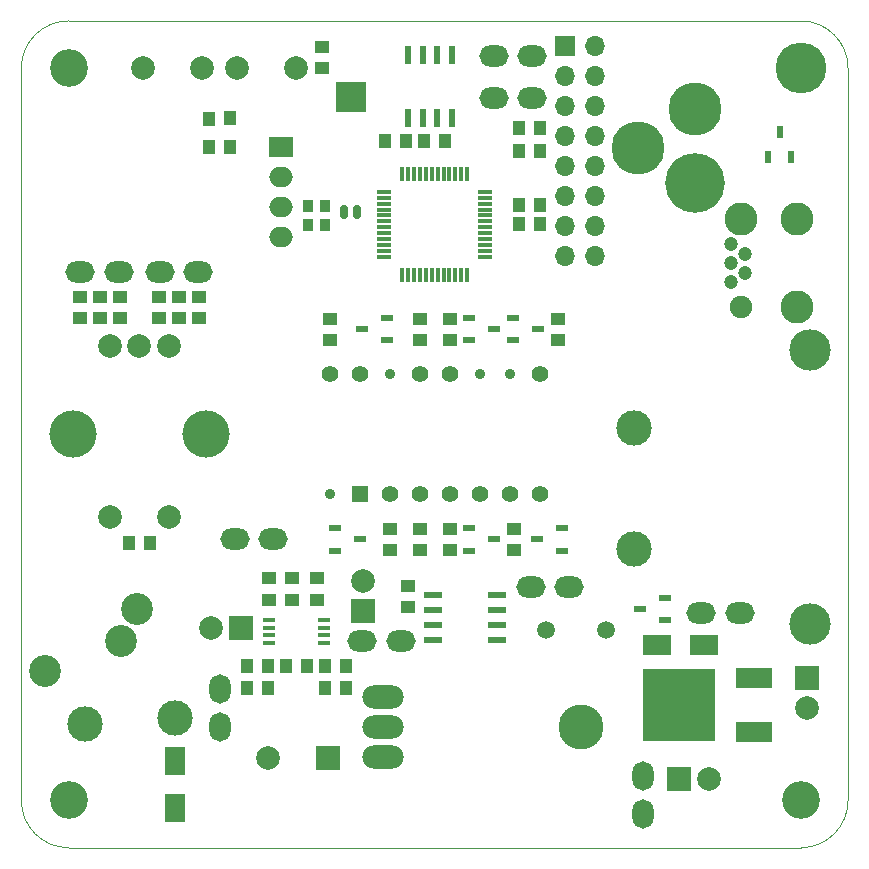
<source format=gts>
%FSLAX46Y46*%
G04 Gerber Fmt 4.6, Leading zero omitted, Abs format (unit mm)*
G04 Created by KiCad (PCBNEW (2014-08-24 BZR 5094)-product) date Mon 25 Aug 2014 20:36:51 CEST*
%MOMM*%
G01*
G04 APERTURE LIST*
%ADD10C,0.170000*%
%ADD11C,0.100000*%
%ADD12C,2.000000*%
%ADD13C,4.300000*%
%ADD14C,3.200000*%
%ADD15O,3.500000X2.000000*%
%ADD16C,3.800000*%
%ADD17R,2.000000X2.000000*%
%ADD18C,1.501140*%
%ADD19R,0.599440X1.000760*%
%ADD20R,1.000760X0.599440*%
%ADD21R,0.600000X1.600000*%
%ADD22R,2.000000X1.700000*%
%ADD23O,2.000000X1.700000*%
%ADD24R,3.048000X1.651000*%
%ADD25R,6.096000X6.096000*%
%ADD26C,3.000000*%
%ADD27C,3.500000*%
%ADD28C,1.195000*%
%ADD29C,1.900000*%
%ADD30C,2.800000*%
%ADD31C,5.050000*%
%ADD32C,4.500000*%
%ADD33C,2.700000*%
%ADD34C,4.000000*%
%ADD35R,1.200000X0.300000*%
%ADD36R,0.300000X1.200000*%
%ADD37R,1.700000X1.700000*%
%ADD38O,1.700000X1.700000*%
%ADD39C,0.900000*%
%ADD40R,1.400000X1.400000*%
%ADD41C,1.400000*%
%ADD42R,1.300000X1.100000*%
%ADD43R,1.100000X1.300000*%
%ADD44R,0.900000X1.000000*%
%ADD45R,1.700000X2.400000*%
%ADD46R,2.400000X1.700000*%
%ADD47R,1.021080X0.408940*%
%ADD48O,0.750000X1.250000*%
%ADD49R,2.500000X2.500000*%
%ADD50R,1.600000X0.600000*%
%ADD51O,2.500000X1.800000*%
%ADD52O,1.800000X2.500000*%
G04 APERTURE END LIST*
D10*
D11*
X120000000Y-54000000D02*
G75*
G03X116000000Y-50000000I-4000000J0D01*
G74*
G01*
X116000000Y-120000000D02*
G75*
G03X120000000Y-116000000I0J4000000D01*
G74*
G01*
X50000000Y-116000000D02*
G75*
G03X54000000Y-120000000I4000000J0D01*
G74*
G01*
X54000000Y-50000000D02*
G75*
G03X50000000Y-54000000I0J-4000000D01*
G74*
G01*
X116000000Y-50000000D02*
X54000000Y-50000000D01*
X120000000Y-116000000D02*
X120000000Y-54000000D01*
X54000000Y-120000000D02*
X116000000Y-120000000D01*
X50000000Y-54000000D02*
X50000000Y-116000000D01*
D12*
X60300000Y-54000000D03*
X65300000Y-54000000D03*
D13*
X116000000Y-54000000D03*
D14*
X116000000Y-116000000D03*
X54000000Y-54000000D03*
X54000000Y-116000000D03*
D15*
X80600000Y-109800000D03*
X80600000Y-107260000D03*
X80600000Y-112340000D03*
D16*
X97364000Y-109800000D03*
D17*
X116550000Y-105655000D03*
D12*
X116550000Y-108195000D03*
D17*
X105655000Y-114225000D03*
D12*
X108195000Y-114225000D03*
D18*
X99540000Y-101600000D03*
X94460000Y-101589840D03*
D19*
X113247500Y-61556640D03*
X114200000Y-59443360D03*
X115152500Y-61556640D03*
D20*
X76543360Y-92947500D03*
X78656640Y-93900000D03*
X76543360Y-94852500D03*
X87943360Y-92947500D03*
X90056640Y-93900000D03*
X87943360Y-94852500D03*
X95756640Y-94852500D03*
X93643360Y-93900000D03*
X95756640Y-92947500D03*
X80956640Y-77052500D03*
X78843360Y-76100000D03*
X80956640Y-75147500D03*
X104516640Y-100752500D03*
X102403360Y-99800000D03*
X104516640Y-98847500D03*
D12*
X68300000Y-54000000D03*
X73300000Y-54000000D03*
D21*
X86475000Y-58250000D03*
X86475000Y-52850000D03*
X85225000Y-58250000D03*
X83975000Y-58250000D03*
X82725000Y-58250000D03*
X85225000Y-52850000D03*
X83975000Y-52850000D03*
X82725000Y-52850000D03*
D17*
X75940000Y-112400000D03*
D12*
X70860000Y-112400000D03*
D22*
X72000000Y-60690000D03*
D23*
X72000000Y-63230000D03*
X72000000Y-65770000D03*
X72000000Y-68310000D03*
D24*
X112025000Y-110236000D03*
D25*
X105675000Y-107950000D03*
D24*
X112025000Y-105664000D03*
D26*
X101900000Y-94750000D03*
X101900000Y-84500000D03*
D27*
X116750000Y-101100000D03*
X116750000Y-77900000D03*
D28*
X110055000Y-72100000D03*
X111255000Y-71300000D03*
X110055000Y-70500000D03*
X111255000Y-69700000D03*
X110055000Y-68900000D03*
D29*
X110955000Y-74200000D03*
D30*
X110955000Y-66800000D03*
X115705000Y-74200000D03*
X115705000Y-66800000D03*
D31*
X107000000Y-63740000D03*
D32*
X107000000Y-57490000D03*
X102200000Y-60740000D03*
D33*
X52000000Y-105000000D03*
X59800000Y-99800000D03*
X58400000Y-102500000D03*
D26*
X63000000Y-109000000D03*
X55400000Y-109500000D03*
D12*
X62500000Y-92000000D03*
X57500000Y-92000000D03*
X57500000Y-77500000D03*
X60000000Y-77500000D03*
X62500000Y-77500000D03*
D34*
X54400000Y-85000000D03*
X65600000Y-85000000D03*
D35*
X80750000Y-64470000D03*
X80750000Y-64970000D03*
X80750000Y-65470000D03*
X80750000Y-65970000D03*
X80750000Y-66470000D03*
X80750000Y-66970000D03*
X80750000Y-67470000D03*
X80750000Y-67970000D03*
X80750000Y-68470000D03*
X80750000Y-68970000D03*
X80750000Y-69470000D03*
X80750000Y-69970000D03*
D36*
X82250000Y-71470000D03*
X82750000Y-71470000D03*
X83250000Y-71470000D03*
X83750000Y-71470000D03*
X84250000Y-71470000D03*
X84750000Y-71470000D03*
X85250000Y-71470000D03*
X85750000Y-71470000D03*
X86250000Y-71470000D03*
X86750000Y-71470000D03*
X87250000Y-71470000D03*
X87750000Y-71470000D03*
D35*
X89250000Y-69970000D03*
X89250000Y-69470000D03*
X89250000Y-68970000D03*
X89250000Y-68470000D03*
X89250000Y-67970000D03*
X89250000Y-67470000D03*
X89250000Y-66970000D03*
X89250000Y-66470000D03*
X89250000Y-65970000D03*
X89250000Y-65470000D03*
X89250000Y-64970000D03*
X89250000Y-64470000D03*
D36*
X87750000Y-62970000D03*
X87250000Y-62970000D03*
X86750000Y-62970000D03*
X86250000Y-62970000D03*
X85750000Y-62970000D03*
X85250000Y-62970000D03*
X84750000Y-62970000D03*
X84250000Y-62970000D03*
X83750000Y-62970000D03*
X83250000Y-62970000D03*
X82750000Y-62970000D03*
X82250000Y-62970000D03*
D37*
X96030000Y-52110000D03*
D38*
X98570000Y-52110000D03*
X96030000Y-54650000D03*
X98570000Y-54650000D03*
X96030000Y-57190000D03*
X98570000Y-57190000D03*
X96030000Y-59730000D03*
X98570000Y-59730000D03*
X96030000Y-62270000D03*
X98570000Y-62270000D03*
X96030000Y-64810000D03*
X98570000Y-64810000D03*
X96030000Y-67350000D03*
X98570000Y-67350000D03*
X96030000Y-69890000D03*
X98570000Y-69890000D03*
D39*
X76110000Y-90080000D03*
D40*
X78650000Y-90080000D03*
D41*
X81190000Y-90080000D03*
X83730000Y-90080000D03*
X86270000Y-90080000D03*
X88810000Y-90080000D03*
X91350000Y-90080000D03*
X93890000Y-90080000D03*
X93890000Y-79920000D03*
D39*
X91350000Y-79920000D03*
X88810000Y-79920000D03*
D41*
X86270000Y-79920000D03*
X83730000Y-79920000D03*
D39*
X81190000Y-79920000D03*
D41*
X78650000Y-79920000D03*
X76110000Y-79920000D03*
D42*
X61630000Y-75180000D03*
X61630000Y-73380000D03*
D43*
X72400000Y-104600000D03*
X74200000Y-104600000D03*
D42*
X54930000Y-73380000D03*
X54930000Y-75180000D03*
D43*
X65900000Y-58280300D03*
X67700000Y-58200000D03*
X69100000Y-104600000D03*
X70900000Y-104600000D03*
D44*
X74250000Y-67300000D03*
X75750000Y-67300000D03*
X74250000Y-65700000D03*
X75750000Y-65700000D03*
D42*
X75000000Y-97200000D03*
X75000000Y-99000000D03*
D43*
X93900000Y-67175000D03*
X92100000Y-67175000D03*
X93900000Y-65575000D03*
X92100000Y-65575000D03*
D42*
X75500000Y-52200000D03*
X75500000Y-54000000D03*
D43*
X92100000Y-61025000D03*
X93900000Y-61025000D03*
X92100000Y-59075000D03*
X93900000Y-59075000D03*
D42*
X56630000Y-75180000D03*
X56630000Y-73380000D03*
D43*
X84100000Y-60200000D03*
X85900000Y-60200000D03*
X82600000Y-60200000D03*
X80800000Y-60200000D03*
D42*
X58330000Y-75180000D03*
X58330000Y-73380000D03*
X65030000Y-75180000D03*
X65030000Y-73380000D03*
X63330000Y-75180000D03*
X63330000Y-73380000D03*
D43*
X59100000Y-94200000D03*
X60900000Y-94200000D03*
D42*
X76110000Y-77010000D03*
X76110000Y-75210000D03*
D45*
X62980000Y-116640000D03*
X62980000Y-112640000D03*
D46*
X103800000Y-102850000D03*
X107800000Y-102850000D03*
D17*
X68570000Y-101400000D03*
D12*
X66030000Y-101400000D03*
D43*
X75700000Y-104600000D03*
X77500000Y-104600000D03*
D47*
X75601240Y-102675360D03*
X75601240Y-102025120D03*
X75601240Y-101374880D03*
X75601240Y-100724640D03*
X70998760Y-100724640D03*
X70998760Y-101374880D03*
X70998760Y-102025120D03*
X70998760Y-102675360D03*
D48*
X77350000Y-66200000D03*
X78450000Y-66200000D03*
D49*
X77900000Y-56400000D03*
D20*
X87943360Y-75147500D03*
X90056640Y-76100000D03*
X87943360Y-77052500D03*
X91643360Y-75147500D03*
X93756640Y-76100000D03*
X91643360Y-77052500D03*
D42*
X82780000Y-99640000D03*
X82780000Y-97840000D03*
D17*
X78950000Y-100000000D03*
D12*
X78950000Y-97460000D03*
D50*
X84850000Y-102385000D03*
X90250000Y-102385000D03*
X84850000Y-101135000D03*
X84850000Y-99885000D03*
X84850000Y-98635000D03*
X90250000Y-101135000D03*
X90250000Y-99885000D03*
X90250000Y-98635000D03*
D51*
X89980000Y-56500000D03*
X93220000Y-56500000D03*
X89980000Y-53000000D03*
X93220000Y-53000000D03*
X61710000Y-71230000D03*
X64950000Y-71230000D03*
X55010000Y-71230000D03*
X58250000Y-71230000D03*
X82120000Y-102500000D03*
X78880000Y-102500000D03*
X93150000Y-97910000D03*
X96390000Y-97910000D03*
X71329000Y-93900000D03*
X68089000Y-93900000D03*
D52*
X66800000Y-106580000D03*
X66800000Y-109820000D03*
X102650000Y-113905000D03*
X102650000Y-117145000D03*
D51*
X107580000Y-100100000D03*
X110820000Y-100100000D03*
D42*
X72920000Y-97200000D03*
X72920000Y-99000000D03*
X71000000Y-99000000D03*
X71000000Y-97200000D03*
D43*
X67700000Y-60690000D03*
X65900000Y-60690000D03*
X69100000Y-106500000D03*
X70900000Y-106500000D03*
X77500000Y-106490000D03*
X75700000Y-106490000D03*
D42*
X81190000Y-92990000D03*
X81190000Y-94790000D03*
X83730000Y-92990000D03*
X83730000Y-94790000D03*
X83730000Y-77010000D03*
X83730000Y-75210000D03*
X86270000Y-92990000D03*
X86270000Y-94790000D03*
X86270000Y-77010000D03*
X86270000Y-75210000D03*
X91700000Y-93000000D03*
X91700000Y-94800000D03*
X95400000Y-77000000D03*
X95400000Y-75200000D03*
M02*

</source>
